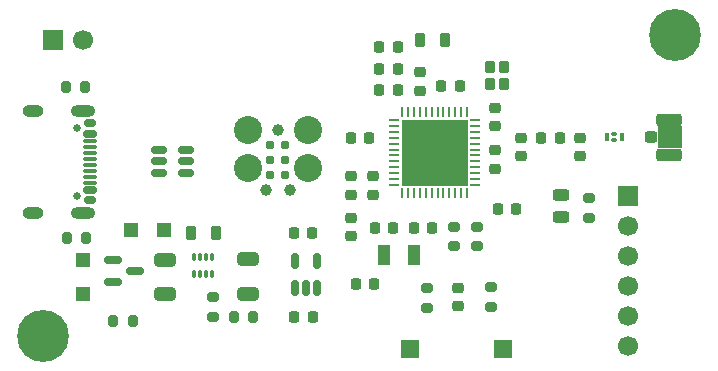
<source format=gbr>
%TF.GenerationSoftware,KiCad,Pcbnew,9.0.4*%
%TF.CreationDate,2025-09-25T07:19:07+02:00*%
%TF.ProjectId,stm32_sensirion_wb,73746d33-325f-4736-956e-736972696f6e,rev?*%
%TF.SameCoordinates,Original*%
%TF.FileFunction,Soldermask,Top*%
%TF.FilePolarity,Negative*%
%FSLAX46Y46*%
G04 Gerber Fmt 4.6, Leading zero omitted, Abs format (unit mm)*
G04 Created by KiCad (PCBNEW 9.0.4) date 2025-09-25 07:19:07*
%MOMM*%
%LPD*%
G01*
G04 APERTURE LIST*
G04 Aperture macros list*
%AMRoundRect*
0 Rectangle with rounded corners*
0 $1 Rounding radius*
0 $2 $3 $4 $5 $6 $7 $8 $9 X,Y pos of 4 corners*
0 Add a 4 corners polygon primitive as box body*
4,1,4,$2,$3,$4,$5,$6,$7,$8,$9,$2,$3,0*
0 Add four circle primitives for the rounded corners*
1,1,$1+$1,$2,$3*
1,1,$1+$1,$4,$5*
1,1,$1+$1,$6,$7*
1,1,$1+$1,$8,$9*
0 Add four rect primitives between the rounded corners*
20,1,$1+$1,$2,$3,$4,$5,0*
20,1,$1+$1,$4,$5,$6,$7,0*
20,1,$1+$1,$6,$7,$8,$9,0*
20,1,$1+$1,$8,$9,$2,$3,0*%
G04 Aperture macros list end*
%ADD10R,1.200000X1.200000*%
%ADD11RoundRect,0.200000X-0.275000X0.200000X-0.275000X-0.200000X0.275000X-0.200000X0.275000X0.200000X0*%
%ADD12RoundRect,0.225000X-0.250000X0.225000X-0.250000X-0.225000X0.250000X-0.225000X0.250000X0.225000X0*%
%ADD13RoundRect,0.218750X-0.218750X-0.381250X0.218750X-0.381250X0.218750X0.381250X-0.218750X0.381250X0*%
%ADD14RoundRect,0.218750X-0.218750X-0.256250X0.218750X-0.256250X0.218750X0.256250X-0.218750X0.256250X0*%
%ADD15RoundRect,0.225000X0.250000X-0.225000X0.250000X0.225000X-0.250000X0.225000X-0.250000X-0.225000X0*%
%ADD16RoundRect,0.150000X-0.587500X-0.150000X0.587500X-0.150000X0.587500X0.150000X-0.587500X0.150000X0*%
%ADD17RoundRect,0.225000X0.225000X0.250000X-0.225000X0.250000X-0.225000X-0.250000X0.225000X-0.250000X0*%
%ADD18RoundRect,0.102000X0.323000X-0.373000X0.323000X0.373000X-0.323000X0.373000X-0.323000X-0.373000X0*%
%ADD19RoundRect,0.250000X-0.275000X-0.250000X0.275000X-0.250000X0.275000X0.250000X-0.275000X0.250000X0*%
%ADD20RoundRect,0.250000X-0.850000X-0.275000X0.850000X-0.275000X0.850000X0.275000X-0.850000X0.275000X0*%
%ADD21RoundRect,0.062500X0.062500X-0.375000X0.062500X0.375000X-0.062500X0.375000X-0.062500X-0.375000X0*%
%ADD22RoundRect,0.062500X0.375000X-0.062500X0.375000X0.062500X-0.375000X0.062500X-0.375000X-0.062500X0*%
%ADD23R,5.600000X5.600000*%
%ADD24C,0.700000*%
%ADD25C,4.400000*%
%ADD26RoundRect,0.150000X0.150000X-0.512500X0.150000X0.512500X-0.150000X0.512500X-0.150000X-0.512500X0*%
%ADD27RoundRect,0.200000X0.200000X0.275000X-0.200000X0.275000X-0.200000X-0.275000X0.200000X-0.275000X0*%
%ADD28RoundRect,0.218750X0.256250X-0.218750X0.256250X0.218750X-0.256250X0.218750X-0.256250X-0.218750X0*%
%ADD29R,1.500000X1.500000*%
%ADD30R,1.700000X1.700000*%
%ADD31C,1.700000*%
%ADD32RoundRect,0.250000X-0.650000X0.325000X-0.650000X-0.325000X0.650000X-0.325000X0.650000X0.325000X0*%
%ADD33RoundRect,0.050000X-0.100000X0.285000X-0.100000X-0.285000X0.100000X-0.285000X0.100000X0.285000X0*%
%ADD34RoundRect,0.200000X-0.200000X-0.275000X0.200000X-0.275000X0.200000X0.275000X-0.200000X0.275000X0*%
%ADD35RoundRect,0.243750X0.456250X-0.243750X0.456250X0.243750X-0.456250X0.243750X-0.456250X-0.243750X0*%
%ADD36RoundRect,0.200000X0.275000X-0.200000X0.275000X0.200000X-0.275000X0.200000X-0.275000X-0.200000X0*%
%ADD37RoundRect,0.225000X-0.225000X-0.250000X0.225000X-0.250000X0.225000X0.250000X-0.225000X0.250000X0*%
%ADD38R,1.000000X1.800000*%
%ADD39C,2.374900*%
%ADD40C,0.990600*%
%ADD41C,0.787400*%
%ADD42C,0.650000*%
%ADD43RoundRect,0.150000X-0.350000X0.150000X-0.350000X-0.150000X0.350000X-0.150000X0.350000X0.150000X0*%
%ADD44RoundRect,0.150000X-0.425000X0.150000X-0.425000X-0.150000X0.425000X-0.150000X0.425000X0.150000X0*%
%ADD45RoundRect,0.075000X-0.500000X0.075000X-0.500000X-0.075000X0.500000X-0.075000X0.500000X0.075000X0*%
%ADD46O,2.100000X1.000000*%
%ADD47O,1.800000X1.000000*%
%ADD48RoundRect,0.150000X-0.512500X-0.150000X0.512500X-0.150000X0.512500X0.150000X-0.512500X0.150000X0*%
%ADD49RoundRect,0.041250X-0.096250X-0.308750X0.096250X-0.308750X0.096250X0.308750X-0.096250X0.308750X0*%
%ADD50RoundRect,0.036750X-0.188250X-0.085750X0.188250X-0.085750X0.188250X0.085750X-0.188250X0.085750X0*%
G04 APERTURE END LIST*
%TO.C,J5*%
G36*
X110785000Y-42460000D02*
G01*
X112875000Y-42460000D01*
X112875000Y-44340000D01*
X110785000Y-44340000D01*
X110785000Y-42460000D01*
G37*
%TD*%
D10*
%TO.C,D2*%
X69012500Y-51290000D03*
X66212500Y-51290000D03*
%TD*%
D11*
%TO.C,R5*%
X73100000Y-56975000D03*
X73100000Y-58625000D03*
%TD*%
D12*
%TO.C,C2*%
X84800000Y-50225000D03*
X84800000Y-51775000D03*
%TD*%
D13*
%TO.C,L3*%
X90637500Y-35150000D03*
X92762500Y-35150000D03*
%TD*%
D12*
%TO.C,C9*%
X97000000Y-44525000D03*
X97000000Y-46075000D03*
%TD*%
D14*
%TO.C,L4*%
X100912500Y-43500000D03*
X102487500Y-43500000D03*
%TD*%
D15*
%TO.C,C3*%
X86700000Y-48275000D03*
X86700000Y-46725000D03*
%TD*%
D16*
%TO.C,Q1*%
X64675000Y-53790000D03*
X64675000Y-55690000D03*
X66550000Y-54740000D03*
%TD*%
D17*
%TO.C,C15*%
X88375000Y-51050000D03*
X86825000Y-51050000D03*
%TD*%
D18*
%TO.C,X2*%
X97775000Y-38925000D03*
X97775000Y-37475000D03*
X96625000Y-37475000D03*
X96625000Y-38925000D03*
%TD*%
D12*
%TO.C,C21*%
X104200000Y-43450000D03*
X104200000Y-45000000D03*
%TD*%
D19*
%TO.C,J5*%
X110250000Y-43400000D03*
D20*
X111775000Y-41925000D03*
X111775000Y-44875000D03*
%TD*%
D13*
%TO.C,L1*%
X71237500Y-51500000D03*
X73362500Y-51500000D03*
%TD*%
D21*
%TO.C,U3*%
X89150000Y-48137500D03*
X89650000Y-48137500D03*
X90150000Y-48137500D03*
X90650000Y-48137500D03*
X91150000Y-48137500D03*
X91650000Y-48137500D03*
X92150000Y-48137500D03*
X92650000Y-48137500D03*
X93150000Y-48137500D03*
X93650000Y-48137500D03*
X94150000Y-48137500D03*
X94650000Y-48137500D03*
D22*
X95337500Y-47450000D03*
X95337500Y-46950000D03*
X95337500Y-46450000D03*
X95337500Y-45950000D03*
X95337500Y-45450000D03*
X95337500Y-44950000D03*
X95337500Y-44450000D03*
X95337500Y-43950000D03*
X95337500Y-43450000D03*
X95337500Y-42950000D03*
X95337500Y-42450000D03*
X95337500Y-41950000D03*
D21*
X94650000Y-41262500D03*
X94150000Y-41262500D03*
X93650000Y-41262500D03*
X93150000Y-41262500D03*
X92650000Y-41262500D03*
X92150000Y-41262500D03*
X91650000Y-41262500D03*
X91150000Y-41262500D03*
X90650000Y-41262500D03*
X90150000Y-41262500D03*
X89650000Y-41262500D03*
X89150000Y-41262500D03*
D22*
X88462500Y-41950000D03*
X88462500Y-42450000D03*
X88462500Y-42950000D03*
X88462500Y-43450000D03*
X88462500Y-43950000D03*
X88462500Y-44450000D03*
X88462500Y-44950000D03*
X88462500Y-45450000D03*
X88462500Y-45950000D03*
X88462500Y-46450000D03*
X88462500Y-46950000D03*
X88462500Y-47450000D03*
D23*
X91900000Y-44700000D03*
%TD*%
D24*
%TO.C,H1*%
X110600000Y-34750000D03*
X111083274Y-33583274D03*
X111083274Y-35916726D03*
X112250000Y-33100000D03*
D25*
X112250000Y-34750000D03*
D24*
X112250000Y-36400000D03*
X113416726Y-33583274D03*
X113416726Y-35916726D03*
X113900000Y-34750000D03*
%TD*%
D26*
%TO.C,U4*%
X80050000Y-56137500D03*
X81000000Y-56137500D03*
X81950000Y-56137500D03*
X81950000Y-53862500D03*
X80050000Y-53862500D03*
%TD*%
D17*
%TO.C,C18*%
X94025000Y-39050000D03*
X92475000Y-39050000D03*
%TD*%
D27*
%TO.C,R4*%
X76525000Y-58600000D03*
X74875000Y-58600000D03*
%TD*%
D12*
%TO.C,C19*%
X93850000Y-56175000D03*
X93850000Y-57725000D03*
%TD*%
D28*
%TO.C,L2*%
X90650000Y-39487500D03*
X90650000Y-37912500D03*
%TD*%
D29*
%TO.C,SW1*%
X97650000Y-61350000D03*
X89850000Y-61350000D03*
%TD*%
D15*
%TO.C,C12*%
X97000000Y-42475000D03*
X97000000Y-40925000D03*
%TD*%
D17*
%TO.C,C11*%
X88775000Y-37600000D03*
X87225000Y-37600000D03*
%TD*%
D24*
%TO.C,H2*%
X57100000Y-60250000D03*
X57583274Y-59083274D03*
X57583274Y-61416726D03*
X58750000Y-58600000D03*
D25*
X58750000Y-60250000D03*
D24*
X58750000Y-61900000D03*
X59916726Y-59083274D03*
X59916726Y-61416726D03*
X60400000Y-60250000D03*
%TD*%
D30*
%TO.C,J3*%
X108300000Y-48370000D03*
D31*
X108300000Y-50910000D03*
X108300000Y-53450000D03*
X108300000Y-55990000D03*
X108300000Y-58530000D03*
X108300000Y-61070000D03*
%TD*%
D32*
%TO.C,C1*%
X69050000Y-53765000D03*
X69050000Y-56715000D03*
%TD*%
D15*
%TO.C,C6*%
X84800000Y-48275000D03*
X84800000Y-46725000D03*
%TD*%
D33*
%TO.C,U1*%
X73050000Y-53520000D03*
X72550000Y-53520000D03*
X72050000Y-53520000D03*
X71550000Y-53520000D03*
X71550000Y-55000000D03*
X72050000Y-55000000D03*
X72550000Y-55000000D03*
X73050000Y-55000000D03*
%TD*%
D11*
%TO.C,R10*%
X96700000Y-56125000D03*
X96700000Y-57775000D03*
%TD*%
D34*
%TO.C,R2*%
X60775000Y-51900000D03*
X62425000Y-51900000D03*
%TD*%
D35*
%TO.C,D3*%
X102600000Y-50137500D03*
X102600000Y-48262500D03*
%TD*%
D34*
%TO.C,R1*%
X64675000Y-59000000D03*
X66325000Y-59000000D03*
%TD*%
D36*
%TO.C,R8*%
X93500000Y-52625000D03*
X93500000Y-50975000D03*
%TD*%
D34*
%TO.C,R3*%
X60675000Y-39150000D03*
X62325000Y-39150000D03*
%TD*%
D37*
%TO.C,C5*%
X97225000Y-49500000D03*
X98775000Y-49500000D03*
%TD*%
D36*
%TO.C,R7*%
X95500000Y-52625000D03*
X95500000Y-50975000D03*
%TD*%
D17*
%TO.C,C17*%
X86775000Y-55850000D03*
X85225000Y-55850000D03*
%TD*%
D38*
%TO.C,X1*%
X90150000Y-53400000D03*
X87650000Y-53400000D03*
%TD*%
D37*
%TO.C,C13*%
X80025000Y-58600000D03*
X81575000Y-58600000D03*
%TD*%
D17*
%TO.C,C8*%
X88775000Y-35800000D03*
X87225000Y-35800000D03*
%TD*%
D39*
%TO.C,J4*%
X81175000Y-42830000D03*
D40*
X78635000Y-42830000D03*
D39*
X76095000Y-42830000D03*
X81175000Y-46005000D03*
X76095000Y-46005000D03*
D40*
X79651000Y-47910000D03*
X77619000Y-47910000D03*
D41*
X78000000Y-44100000D03*
X79270000Y-44100000D03*
X78000000Y-45370000D03*
X79270000Y-45370000D03*
X78000000Y-46640000D03*
X79270000Y-46640000D03*
%TD*%
D37*
%TO.C,C14*%
X90125000Y-51050000D03*
X91675000Y-51050000D03*
%TD*%
D30*
%TO.C,J1*%
X59625000Y-35200000D03*
D31*
X62165000Y-35200000D03*
%TD*%
D37*
%TO.C,C16*%
X80000000Y-51500000D03*
X81550000Y-51500000D03*
%TD*%
D42*
%TO.C,J2*%
X61605000Y-42610000D03*
X61605000Y-48390000D03*
D43*
X62680000Y-42230000D03*
D44*
X62680000Y-43100000D03*
D45*
X62680000Y-44250000D03*
X62680000Y-45250000D03*
X62680000Y-45750000D03*
X62680000Y-46750000D03*
D44*
X62680000Y-47900000D03*
D43*
X62760000Y-48700000D03*
X62760000Y-48700000D03*
D44*
X62680000Y-47900000D03*
D45*
X62680000Y-47250000D03*
X62680000Y-46250000D03*
X62680000Y-44750000D03*
X62680000Y-43750000D03*
D44*
X62680000Y-43100000D03*
D43*
X62680000Y-42230000D03*
D46*
X62105000Y-41180000D03*
D47*
X57925000Y-41180000D03*
D46*
X62105000Y-49820000D03*
D47*
X57925000Y-49820000D03*
%TD*%
D12*
%TO.C,C20*%
X99200000Y-43450000D03*
X99200000Y-45000000D03*
%TD*%
D11*
%TO.C,R9*%
X91250000Y-56200000D03*
X91250000Y-57850000D03*
%TD*%
%TO.C,R6*%
X105000000Y-48575000D03*
X105000000Y-50225000D03*
%TD*%
D48*
%TO.C,U2*%
X68562500Y-44510000D03*
X68562500Y-45460000D03*
X68562500Y-46410000D03*
X70837500Y-46410000D03*
X70837500Y-45460000D03*
X70837500Y-44510000D03*
%TD*%
D32*
%TO.C,C7*%
X76100000Y-53725000D03*
X76100000Y-56675000D03*
%TD*%
D17*
%TO.C,C4*%
X86375000Y-43500000D03*
X84825000Y-43500000D03*
%TD*%
D10*
%TO.C,D1*%
X62112500Y-56640000D03*
X62112500Y-53840000D03*
%TD*%
D17*
%TO.C,C10*%
X88775000Y-39400000D03*
X87225000Y-39400000D03*
%TD*%
D49*
%TO.C,FLT1*%
X106500000Y-43400000D03*
D50*
X107112500Y-43169000D03*
D49*
X107725000Y-43400000D03*
D50*
X107112500Y-43624000D03*
%TD*%
M02*

</source>
